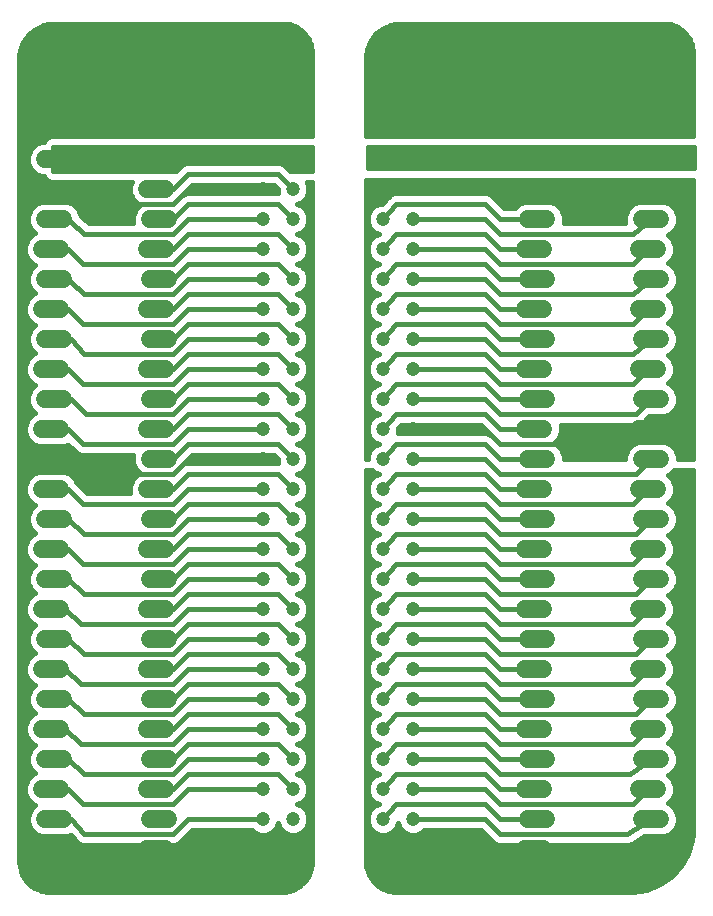
<source format=gbl>
G75*
%MOIN*%
%OFA0B0*%
%FSLAX24Y24*%
%IPPOS*%
%LPD*%
%AMOC8*
5,1,8,0,0,1.08239X$1,22.5*
%
%ADD10R,0.0472X0.0472*%
%ADD11C,0.0472*%
%ADD12C,0.0600*%
%ADD13C,0.0160*%
D10*
X008680Y025805D03*
X012680Y025805D03*
D11*
X012680Y024805D03*
X012680Y023805D03*
X013680Y023805D03*
X013680Y024805D03*
X013680Y025805D03*
X013680Y022805D03*
X013680Y021805D03*
X013680Y020805D03*
X012680Y020805D03*
X012680Y021805D03*
X012680Y022805D03*
X012680Y019805D03*
X012680Y018805D03*
X013680Y018805D03*
X013680Y019805D03*
X013680Y017805D03*
X013680Y016805D03*
X013680Y015805D03*
X012680Y015805D03*
X012680Y016805D03*
X012680Y017805D03*
X012680Y014805D03*
X012680Y013805D03*
X012680Y012805D03*
X013680Y012805D03*
X013680Y013805D03*
X013680Y014805D03*
X013680Y011805D03*
X013680Y010805D03*
X012680Y010805D03*
X012680Y011805D03*
X012680Y009805D03*
X012680Y008805D03*
X012680Y007805D03*
X013680Y007805D03*
X013680Y008805D03*
X013680Y009805D03*
X013680Y006805D03*
X013680Y005805D03*
X013680Y004805D03*
X012680Y004805D03*
X012680Y005805D03*
X012680Y006805D03*
X012680Y003805D03*
X012680Y002805D03*
X012680Y001805D03*
X013680Y001805D03*
X013680Y002805D03*
X013680Y003805D03*
X009680Y003805D03*
X009680Y002805D03*
X009680Y001805D03*
X008680Y001805D03*
X008680Y002805D03*
X008680Y003805D03*
X008680Y004805D03*
X008680Y005805D03*
X008680Y006805D03*
X008680Y007805D03*
X008680Y008805D03*
X008680Y009805D03*
X008680Y010805D03*
X008680Y011805D03*
X008680Y012805D03*
X008680Y013805D03*
X008680Y014805D03*
X008680Y015805D03*
X008680Y016805D03*
X008680Y017805D03*
X008680Y018805D03*
X008680Y019805D03*
X008680Y020805D03*
X008680Y021805D03*
X008680Y022805D03*
X008680Y023805D03*
X008680Y024805D03*
X009680Y024805D03*
X009680Y025805D03*
X009680Y023805D03*
X009680Y022805D03*
X009680Y021805D03*
X009680Y020805D03*
X009680Y019805D03*
X009680Y018805D03*
X009680Y017805D03*
X009680Y016805D03*
X009680Y015805D03*
X009680Y014805D03*
X009680Y013805D03*
X009680Y012805D03*
X009680Y011805D03*
X009680Y010805D03*
X009680Y009805D03*
X009680Y008805D03*
X009680Y007805D03*
X009680Y006805D03*
X009680Y005805D03*
X009680Y004805D03*
D12*
X005530Y004805D02*
X004930Y004805D01*
X004830Y005805D02*
X005430Y005805D01*
X005530Y006805D02*
X004930Y006805D01*
X004830Y007805D02*
X005430Y007805D01*
X005530Y008805D02*
X004930Y008805D01*
X004830Y009805D02*
X005430Y009805D01*
X005530Y010805D02*
X004930Y010805D01*
X004830Y011805D02*
X005430Y011805D01*
X005530Y012805D02*
X004930Y012805D01*
X004830Y013805D02*
X005430Y013805D01*
X005530Y014805D02*
X004930Y014805D01*
X004830Y015805D02*
X005430Y015805D01*
X005530Y016805D02*
X004930Y016805D01*
X004830Y017805D02*
X005430Y017805D01*
X005530Y018805D02*
X004930Y018805D01*
X004830Y019805D02*
X005430Y019805D01*
X005530Y020805D02*
X004930Y020805D01*
X004830Y021805D02*
X005430Y021805D01*
X005530Y022805D02*
X004930Y022805D01*
X004830Y023805D02*
X005430Y023805D01*
X005530Y024805D02*
X004930Y024805D01*
X004830Y025805D02*
X005430Y025805D01*
X002030Y024805D02*
X001430Y024805D01*
X001330Y025805D02*
X001930Y025805D01*
X001930Y023805D02*
X001330Y023805D01*
X001430Y022805D02*
X002030Y022805D01*
X001930Y021805D02*
X001330Y021805D01*
X001430Y020805D02*
X002030Y020805D01*
X001930Y019805D02*
X001330Y019805D01*
X001430Y018805D02*
X002030Y018805D01*
X001930Y017805D02*
X001330Y017805D01*
X001430Y016805D02*
X002030Y016805D01*
X001930Y015805D02*
X001330Y015805D01*
X001430Y014805D02*
X002030Y014805D01*
X001930Y013805D02*
X001330Y013805D01*
X001430Y012805D02*
X002030Y012805D01*
X001930Y011805D02*
X001330Y011805D01*
X001430Y010805D02*
X002030Y010805D01*
X001930Y009805D02*
X001330Y009805D01*
X001430Y008805D02*
X002030Y008805D01*
X001930Y007805D02*
X001330Y007805D01*
X001430Y006805D02*
X002030Y006805D01*
X001930Y005805D02*
X001330Y005805D01*
X001430Y004805D02*
X002030Y004805D01*
X001930Y003805D02*
X001330Y003805D01*
X001430Y002805D02*
X002030Y002805D01*
X001930Y001805D02*
X001330Y001805D01*
X004830Y001805D02*
X005430Y001805D01*
X005530Y002805D02*
X004930Y002805D01*
X004830Y003805D02*
X005430Y003805D01*
X017430Y003805D02*
X018030Y003805D01*
X018130Y002805D02*
X017530Y002805D01*
X017430Y001805D02*
X018030Y001805D01*
X018130Y004805D02*
X017530Y004805D01*
X017430Y005805D02*
X018030Y005805D01*
X018130Y006805D02*
X017530Y006805D01*
X017430Y007805D02*
X018030Y007805D01*
X018130Y008805D02*
X017530Y008805D01*
X017430Y009805D02*
X018030Y009805D01*
X018130Y010805D02*
X017530Y010805D01*
X017430Y011805D02*
X018030Y011805D01*
X018130Y012805D02*
X017530Y012805D01*
X017430Y013805D02*
X018030Y013805D01*
X018130Y014805D02*
X017530Y014805D01*
X017430Y015805D02*
X018030Y015805D01*
X018130Y016805D02*
X017530Y016805D01*
X017430Y017805D02*
X018030Y017805D01*
X018130Y018805D02*
X017530Y018805D01*
X017430Y019805D02*
X018030Y019805D01*
X018130Y020805D02*
X017530Y020805D01*
X017430Y021805D02*
X018030Y021805D01*
X018130Y022805D02*
X017530Y022805D01*
X017430Y023805D02*
X018030Y023805D01*
X018130Y024805D02*
X017530Y024805D01*
X017430Y025805D02*
X018030Y025805D01*
X021230Y025805D02*
X021830Y025805D01*
X021930Y024805D02*
X021330Y024805D01*
X021230Y023805D02*
X021830Y023805D01*
X021930Y022805D02*
X021330Y022805D01*
X021230Y021805D02*
X021830Y021805D01*
X021930Y020805D02*
X021330Y020805D01*
X021230Y019805D02*
X021830Y019805D01*
X021930Y018805D02*
X021330Y018805D01*
X021230Y017805D02*
X021830Y017805D01*
X021930Y016805D02*
X021330Y016805D01*
X021230Y015805D02*
X021830Y015805D01*
X021930Y014805D02*
X021330Y014805D01*
X021230Y013805D02*
X021830Y013805D01*
X021930Y012805D02*
X021330Y012805D01*
X021230Y011805D02*
X021830Y011805D01*
X021930Y010805D02*
X021330Y010805D01*
X021230Y009805D02*
X021830Y009805D01*
X021930Y008805D02*
X021330Y008805D01*
X021230Y007805D02*
X021830Y007805D01*
X021930Y006805D02*
X021330Y006805D01*
X021230Y005805D02*
X021830Y005805D01*
X021930Y004805D02*
X021330Y004805D01*
X021230Y003805D02*
X021830Y003805D01*
X021930Y002805D02*
X021330Y002805D01*
X021230Y001805D02*
X021830Y001805D01*
D13*
X000817Y000696D02*
X000648Y000949D01*
X000566Y001241D01*
X000560Y001388D01*
X000560Y001399D01*
X000562Y001449D01*
X000560Y001455D01*
X000560Y028285D01*
X000584Y028428D01*
X000694Y028715D01*
X000874Y028964D01*
X001113Y029158D01*
X001394Y029283D01*
X001527Y029305D01*
X009564Y029305D01*
X009573Y029303D01*
X009810Y029208D01*
X010014Y029055D01*
X010172Y028854D01*
X010273Y028619D01*
X010309Y028366D01*
X010304Y028269D01*
X010300Y028260D01*
X010300Y028222D01*
X010295Y028183D01*
X010300Y028166D01*
X010300Y025565D01*
X001608Y025565D01*
X001476Y025510D01*
X001375Y025409D01*
X001365Y025385D01*
X001315Y025385D01*
X001101Y025296D01*
X000938Y025133D01*
X000850Y024920D01*
X000850Y024689D01*
X000938Y024476D01*
X001101Y024313D01*
X001315Y024225D01*
X001365Y024225D01*
X001375Y024201D01*
X001476Y024100D01*
X001608Y024045D01*
X004302Y024045D01*
X004250Y023920D01*
X004250Y023689D01*
X004338Y023476D01*
X004501Y023313D01*
X004584Y023279D01*
X004438Y023133D01*
X004350Y022920D01*
X004350Y022689D01*
X004360Y022665D01*
X002867Y022665D01*
X002610Y022893D01*
X002610Y022920D01*
X002522Y023133D01*
X002359Y023296D01*
X002145Y023385D01*
X001315Y023385D01*
X001101Y023296D01*
X000938Y023133D01*
X000850Y022920D01*
X000850Y022689D01*
X000938Y022476D01*
X001084Y022331D01*
X001001Y022296D01*
X000838Y022133D01*
X000750Y021920D01*
X000750Y021689D01*
X000838Y021476D01*
X001001Y021313D01*
X001084Y021279D01*
X000938Y021133D01*
X000850Y020920D01*
X000850Y020689D01*
X000938Y020476D01*
X001084Y020331D01*
X001001Y020296D01*
X000838Y020133D01*
X000750Y019920D01*
X000750Y019689D01*
X000838Y019476D01*
X001001Y019313D01*
X001084Y019279D01*
X000938Y019133D01*
X000850Y018920D01*
X000850Y018689D01*
X000938Y018476D01*
X001084Y018331D01*
X001001Y018296D01*
X000838Y018133D01*
X000750Y017920D01*
X000750Y017689D01*
X000838Y017476D01*
X001001Y017313D01*
X001084Y017279D01*
X000938Y017133D01*
X000850Y016920D01*
X000850Y016689D01*
X000938Y016476D01*
X001084Y016331D01*
X001001Y016296D01*
X000838Y016133D01*
X000750Y015920D01*
X000750Y015689D01*
X000838Y015476D01*
X001001Y015313D01*
X001215Y015225D01*
X002045Y015225D01*
X002191Y015285D01*
X002476Y015000D01*
X002608Y014945D01*
X004360Y014945D01*
X004350Y014920D01*
X004350Y014689D01*
X004438Y014476D01*
X004584Y014331D01*
X004501Y014296D01*
X004338Y014133D01*
X004250Y013920D01*
X004250Y013689D01*
X004260Y013665D01*
X002829Y013665D01*
X002485Y014009D01*
X002465Y014029D01*
X002422Y014133D01*
X002259Y014296D01*
X002045Y014385D01*
X001215Y014385D01*
X001001Y014296D01*
X000838Y014133D01*
X000750Y013920D01*
X000750Y013689D01*
X000838Y013476D01*
X001001Y013313D01*
X001084Y013279D01*
X000938Y013133D01*
X000850Y012920D01*
X000850Y012689D01*
X000938Y012476D01*
X001084Y012331D01*
X001001Y012296D01*
X000838Y012133D01*
X000750Y011920D01*
X000750Y011689D01*
X000838Y011476D01*
X001001Y011313D01*
X001084Y011279D01*
X000938Y011133D01*
X000850Y010920D01*
X000850Y010689D01*
X000938Y010476D01*
X001084Y010331D01*
X001001Y010296D01*
X000838Y010133D01*
X000750Y009920D01*
X000750Y009689D01*
X000838Y009476D01*
X001001Y009313D01*
X001084Y009279D01*
X000938Y009133D01*
X000850Y008920D01*
X000850Y008689D01*
X000938Y008476D01*
X001084Y008331D01*
X001001Y008296D01*
X000838Y008133D01*
X000750Y007920D01*
X000750Y007689D01*
X000838Y007476D01*
X001001Y007313D01*
X001084Y007279D01*
X000938Y007133D01*
X000850Y006920D01*
X000850Y006689D01*
X000938Y006476D01*
X001084Y006331D01*
X001001Y006296D01*
X000838Y006133D01*
X000750Y005920D01*
X000750Y005689D01*
X000838Y005476D01*
X001001Y005313D01*
X001084Y005279D01*
X000938Y005133D01*
X000850Y004920D01*
X000850Y004689D01*
X000938Y004476D01*
X001084Y004331D01*
X001001Y004296D01*
X000838Y004133D01*
X000750Y003920D01*
X000750Y003689D01*
X000838Y003476D01*
X001001Y003313D01*
X001084Y003279D01*
X000938Y003133D01*
X000850Y002920D01*
X000850Y002689D01*
X000938Y002476D01*
X001101Y002313D01*
X001315Y002225D01*
X002145Y002225D01*
X002271Y002277D01*
X002421Y002110D01*
X002425Y002101D01*
X002469Y002057D01*
X002510Y002011D01*
X002519Y002007D01*
X000560Y002007D01*
X000560Y002165D02*
X002371Y002165D01*
X002519Y002007D02*
X002526Y002000D01*
X002583Y001976D01*
X002640Y001949D01*
X002649Y001949D01*
X002658Y001945D01*
X002721Y001945D01*
X002783Y001942D01*
X002792Y001945D01*
X005752Y001945D01*
X005884Y002000D01*
X005985Y002101D01*
X006329Y002445D01*
X008310Y002445D01*
X008388Y002367D01*
X008577Y002289D01*
X008783Y002289D01*
X008972Y002367D01*
X009118Y002512D01*
X009180Y002663D01*
X009242Y002512D01*
X009388Y002367D01*
X009577Y002289D01*
X009783Y002289D01*
X009972Y002367D01*
X010118Y002512D01*
X010196Y002702D01*
X010196Y002907D01*
X010118Y003097D01*
X009972Y003242D01*
X009822Y003305D01*
X009972Y003367D01*
X010118Y003512D01*
X010196Y003702D01*
X010196Y003907D01*
X010118Y004097D01*
X009972Y004242D01*
X009822Y004305D01*
X009972Y004367D01*
X010118Y004512D01*
X010196Y004702D01*
X010196Y004907D01*
X010118Y005097D01*
X009972Y005242D01*
X009822Y005305D01*
X009972Y005367D01*
X010118Y005512D01*
X010196Y005702D01*
X010196Y005907D01*
X010118Y006097D01*
X009972Y006242D01*
X009822Y006305D01*
X009972Y006367D01*
X010118Y006512D01*
X010196Y006702D01*
X010196Y006907D01*
X010118Y007097D01*
X009972Y007242D01*
X009822Y007305D01*
X009972Y007367D01*
X010118Y007512D01*
X010196Y007702D01*
X010196Y007907D01*
X010118Y008097D01*
X009972Y008242D01*
X009822Y008305D01*
X009972Y008367D01*
X010118Y008512D01*
X010196Y008702D01*
X010196Y008907D01*
X010118Y009097D01*
X009972Y009242D01*
X009822Y009305D01*
X009972Y009367D01*
X010118Y009512D01*
X010196Y009702D01*
X010196Y009907D01*
X010118Y010097D01*
X009972Y010242D01*
X009822Y010305D01*
X009972Y010367D01*
X010118Y010512D01*
X010196Y010702D01*
X010196Y010907D01*
X010118Y011097D01*
X009972Y011242D01*
X009822Y011305D01*
X009972Y011367D01*
X010118Y011512D01*
X010196Y011702D01*
X010196Y011907D01*
X010118Y012097D01*
X009972Y012242D01*
X009822Y012305D01*
X009972Y012367D01*
X010118Y012512D01*
X010196Y012702D01*
X010196Y012907D01*
X010118Y013097D01*
X009972Y013242D01*
X009822Y013305D01*
X009972Y013367D01*
X010118Y013512D01*
X010196Y013702D01*
X010196Y013907D01*
X010118Y014097D01*
X009972Y014242D01*
X009822Y014305D01*
X009972Y014367D01*
X010118Y014512D01*
X010196Y014702D01*
X010196Y014907D01*
X010118Y015097D01*
X009972Y015242D01*
X009822Y015305D01*
X009972Y015367D01*
X010118Y015512D01*
X010196Y015702D01*
X010196Y015907D01*
X010118Y016097D01*
X009972Y016242D01*
X009822Y016305D01*
X009972Y016367D01*
X010118Y016512D01*
X010196Y016702D01*
X010196Y016907D01*
X010118Y017097D01*
X009972Y017242D01*
X009822Y017305D01*
X009972Y017367D01*
X010118Y017512D01*
X010196Y017702D01*
X010196Y017907D01*
X010118Y018097D01*
X009972Y018242D01*
X009822Y018305D01*
X009972Y018367D01*
X010118Y018512D01*
X010196Y018702D01*
X010196Y018907D01*
X010118Y019097D01*
X009972Y019242D01*
X009822Y019305D01*
X009972Y019367D01*
X010118Y019512D01*
X010196Y019702D01*
X010196Y019907D01*
X010118Y020097D01*
X009972Y020242D01*
X009822Y020305D01*
X009972Y020367D01*
X010118Y020512D01*
X010196Y020702D01*
X010196Y020907D01*
X010118Y021097D01*
X009972Y021242D01*
X009822Y021305D01*
X009972Y021367D01*
X010118Y021512D01*
X010196Y021702D01*
X010196Y021907D01*
X010118Y022097D01*
X009972Y022242D01*
X009822Y022305D01*
X009972Y022367D01*
X010118Y022512D01*
X010196Y022702D01*
X010196Y022907D01*
X010118Y023097D01*
X009972Y023242D01*
X009822Y023305D01*
X009972Y023367D01*
X010118Y023512D01*
X010196Y023702D01*
X010196Y023907D01*
X010139Y024045D01*
X010300Y024045D01*
X010300Y001314D01*
X010287Y001190D01*
X010212Y000948D01*
X010076Y000733D01*
X009890Y000561D01*
X009665Y000444D01*
X009418Y000388D01*
X009300Y000385D01*
X009286Y000385D01*
X009236Y000387D01*
X009230Y000385D01*
X001489Y000385D01*
X001340Y000403D01*
X001055Y000508D01*
X000817Y000696D01*
X000788Y000739D02*
X010080Y000739D01*
X010180Y000897D02*
X000682Y000897D01*
X000618Y001056D02*
X010245Y001056D01*
X010287Y001190D02*
X010287Y001190D01*
X010289Y001214D02*
X000573Y001214D01*
X000561Y001373D02*
X010300Y001373D01*
X010300Y001531D02*
X000560Y001531D01*
X000560Y001690D02*
X010300Y001690D01*
X010300Y001848D02*
X000560Y001848D01*
X000560Y002324D02*
X001091Y002324D01*
X000936Y002482D02*
X000560Y002482D01*
X000560Y002641D02*
X000870Y002641D01*
X000850Y002799D02*
X000560Y002799D01*
X000560Y002958D02*
X000866Y002958D01*
X000931Y003116D02*
X000560Y003116D01*
X000560Y003275D02*
X001080Y003275D01*
X000881Y003433D02*
X000560Y003433D01*
X000560Y003592D02*
X000790Y003592D01*
X000750Y003750D02*
X000560Y003750D01*
X000560Y003909D02*
X000750Y003909D01*
X000811Y004067D02*
X000560Y004067D01*
X000560Y004226D02*
X000931Y004226D01*
X001030Y004384D02*
X000560Y004384D01*
X000560Y004543D02*
X000911Y004543D01*
X000850Y004701D02*
X000560Y004701D01*
X000560Y004860D02*
X000850Y004860D01*
X000891Y005018D02*
X000560Y005018D01*
X000560Y005177D02*
X000982Y005177D01*
X000979Y005335D02*
X000560Y005335D01*
X000560Y005494D02*
X000831Y005494D01*
X000765Y005652D02*
X000560Y005652D01*
X000560Y005811D02*
X000750Y005811D01*
X000770Y005969D02*
X000560Y005969D01*
X000560Y006128D02*
X000836Y006128D01*
X000991Y006286D02*
X000560Y006286D01*
X000560Y006445D02*
X000970Y006445D01*
X000886Y006603D02*
X000560Y006603D01*
X000560Y006762D02*
X000850Y006762D01*
X000850Y006920D02*
X000560Y006920D01*
X000560Y007079D02*
X000916Y007079D01*
X001042Y007237D02*
X000560Y007237D01*
X000560Y007396D02*
X000919Y007396D01*
X000806Y007554D02*
X000560Y007554D01*
X000560Y007713D02*
X000750Y007713D01*
X000750Y007871D02*
X000560Y007871D01*
X000560Y008030D02*
X000795Y008030D01*
X000893Y008188D02*
X000560Y008188D01*
X000560Y008347D02*
X001068Y008347D01*
X000926Y008505D02*
X000560Y008505D01*
X000560Y008664D02*
X000861Y008664D01*
X000850Y008822D02*
X000560Y008822D01*
X000560Y008981D02*
X000875Y008981D01*
X000944Y009139D02*
X000560Y009139D01*
X000560Y009298D02*
X001038Y009298D01*
X000858Y009456D02*
X000560Y009456D01*
X000560Y009615D02*
X000781Y009615D01*
X000750Y009773D02*
X000560Y009773D01*
X000560Y009932D02*
X000755Y009932D01*
X000820Y010090D02*
X000560Y010090D01*
X000560Y010249D02*
X000954Y010249D01*
X001007Y010407D02*
X000560Y010407D01*
X000560Y010566D02*
X000901Y010566D01*
X000850Y010724D02*
X000560Y010724D01*
X000560Y010883D02*
X000850Y010883D01*
X000900Y011041D02*
X000560Y011041D01*
X000560Y011200D02*
X001005Y011200D01*
X000956Y011358D02*
X000560Y011358D01*
X000560Y011517D02*
X000821Y011517D01*
X000756Y011675D02*
X000560Y011675D01*
X000560Y011834D02*
X000750Y011834D01*
X000780Y011992D02*
X000560Y011992D01*
X000560Y012151D02*
X000856Y012151D01*
X001032Y012309D02*
X000560Y012309D01*
X000560Y012468D02*
X000947Y012468D01*
X000876Y012626D02*
X000560Y012626D01*
X000560Y012785D02*
X000850Y012785D01*
X000860Y012943D02*
X000560Y012943D01*
X000560Y013102D02*
X000925Y013102D01*
X001065Y013260D02*
X000560Y013260D01*
X000560Y013419D02*
X000896Y013419D01*
X000796Y013577D02*
X000560Y013577D01*
X000560Y013736D02*
X000750Y013736D01*
X000750Y013894D02*
X000560Y013894D01*
X000560Y014053D02*
X000805Y014053D01*
X000916Y014211D02*
X000560Y014211D01*
X000560Y014370D02*
X001178Y014370D01*
X000560Y014528D02*
X004417Y014528D01*
X004351Y014687D02*
X000560Y014687D01*
X000560Y014845D02*
X004350Y014845D01*
X004545Y014370D02*
X002082Y014370D01*
X002344Y014211D02*
X004416Y014211D01*
X004305Y014053D02*
X002455Y014053D01*
X002600Y013894D02*
X004250Y013894D01*
X004250Y013736D02*
X002758Y013736D01*
X002680Y013305D02*
X002180Y013805D01*
X001630Y013805D01*
X001730Y014805D02*
X002730Y014305D01*
X005680Y014305D01*
X006180Y014805D01*
X008680Y014805D01*
X009031Y014945D02*
X009164Y014812D01*
X009164Y014702D01*
X009179Y014665D01*
X006108Y014665D01*
X006098Y014660D01*
X006110Y014689D01*
X006110Y014726D01*
X006329Y014945D01*
X009031Y014945D01*
X009130Y014845D02*
X006230Y014845D01*
X006109Y014687D02*
X009170Y014687D01*
X009180Y014305D02*
X006180Y014305D01*
X005680Y013805D01*
X005130Y013805D01*
X005680Y013305D02*
X002680Y013305D01*
X002180Y012805D02*
X002730Y012305D01*
X005680Y012305D01*
X006180Y012805D01*
X008680Y012805D01*
X009180Y013305D02*
X006180Y013305D01*
X005680Y012805D01*
X005230Y012805D01*
X005680Y013305D02*
X006180Y013805D01*
X008680Y013805D01*
X009180Y014305D02*
X009680Y013805D01*
X010024Y013419D02*
X010300Y013419D01*
X010300Y013577D02*
X010145Y013577D01*
X010196Y013736D02*
X010300Y013736D01*
X010300Y013894D02*
X010196Y013894D01*
X010136Y014053D02*
X010300Y014053D01*
X010300Y014211D02*
X010004Y014211D01*
X009975Y014370D02*
X010300Y014370D01*
X010300Y014528D02*
X010124Y014528D01*
X010190Y014687D02*
X010300Y014687D01*
X010300Y014845D02*
X010196Y014845D01*
X010156Y015004D02*
X010300Y015004D01*
X010300Y015162D02*
X010053Y015162D01*
X009861Y015321D02*
X010300Y015321D01*
X010300Y015479D02*
X010085Y015479D01*
X010170Y015638D02*
X010300Y015638D01*
X010300Y015796D02*
X010196Y015796D01*
X010177Y015955D02*
X010300Y015955D01*
X010300Y016113D02*
X010102Y016113D01*
X010300Y016272D02*
X009901Y016272D01*
X010036Y016430D02*
X010300Y016430D01*
X010300Y016589D02*
X010149Y016589D01*
X010196Y016747D02*
X010300Y016747D01*
X010300Y016906D02*
X010196Y016906D01*
X010131Y017064D02*
X010300Y017064D01*
X010300Y017223D02*
X009992Y017223D01*
X009987Y017381D02*
X010300Y017381D01*
X010300Y017540D02*
X010129Y017540D01*
X010195Y017698D02*
X010300Y017698D01*
X010300Y017857D02*
X010196Y017857D01*
X010152Y018015D02*
X010300Y018015D01*
X010300Y018174D02*
X010041Y018174D01*
X009888Y018332D02*
X010300Y018332D01*
X010300Y018491D02*
X010096Y018491D01*
X010174Y018649D02*
X010300Y018649D01*
X010300Y018808D02*
X010196Y018808D01*
X010172Y018966D02*
X010300Y018966D01*
X010300Y019125D02*
X010090Y019125D01*
X010300Y019283D02*
X009874Y019283D01*
X010047Y019442D02*
X010300Y019442D01*
X010300Y019600D02*
X010154Y019600D01*
X010196Y019759D02*
X010300Y019759D01*
X010300Y019917D02*
X010192Y019917D01*
X010126Y020076D02*
X010300Y020076D01*
X010300Y020234D02*
X009981Y020234D01*
X009998Y020393D02*
X010300Y020393D01*
X010300Y020551D02*
X010134Y020551D01*
X010196Y020710D02*
X010300Y020710D01*
X010300Y020868D02*
X010196Y020868D01*
X010147Y021027D02*
X010300Y021027D01*
X010300Y021185D02*
X010030Y021185D01*
X009916Y021344D02*
X010300Y021344D01*
X010300Y021502D02*
X010108Y021502D01*
X010179Y021661D02*
X010300Y021661D01*
X010300Y021819D02*
X010196Y021819D01*
X010167Y021978D02*
X010300Y021978D01*
X010300Y022136D02*
X010079Y022136D01*
X010300Y022295D02*
X009846Y022295D01*
X010059Y022453D02*
X010300Y022453D01*
X010300Y022612D02*
X010159Y022612D01*
X010196Y022770D02*
X010300Y022770D01*
X010300Y022929D02*
X010187Y022929D01*
X010122Y023087D02*
X010300Y023087D01*
X010300Y023246D02*
X009964Y023246D01*
X010010Y023404D02*
X010300Y023404D01*
X010300Y023563D02*
X010139Y023563D01*
X010196Y023721D02*
X010300Y023721D01*
X010300Y023880D02*
X010196Y023880D01*
X010142Y024038D02*
X010300Y024038D01*
X010300Y024405D02*
X009589Y024405D01*
X009485Y024509D01*
X009384Y024610D01*
X009252Y024665D01*
X006108Y024665D01*
X005976Y024610D01*
X005771Y024405D01*
X001680Y024405D01*
X001680Y025205D01*
X010300Y025205D01*
X010300Y024405D01*
X010300Y024514D02*
X009480Y024514D01*
X009485Y024509D02*
X009485Y024509D01*
X009180Y024305D02*
X009680Y023805D01*
X009164Y023812D02*
X009164Y023702D01*
X009179Y023665D01*
X006108Y023665D01*
X006007Y023623D01*
X006329Y023945D01*
X009031Y023945D01*
X009164Y023812D01*
X009164Y023721D02*
X006106Y023721D01*
X006180Y023805D02*
X005680Y023305D01*
X003180Y023305D01*
X002580Y023805D01*
X001630Y023805D01*
X001379Y024197D02*
X000560Y024197D01*
X000560Y024355D02*
X001059Y024355D01*
X000923Y024514D02*
X000560Y024514D01*
X000560Y024672D02*
X000857Y024672D01*
X000850Y024831D02*
X000560Y024831D01*
X000560Y024989D02*
X000879Y024989D01*
X000953Y025148D02*
X000560Y025148D01*
X000560Y025306D02*
X001125Y025306D01*
X001431Y025465D02*
X000560Y025465D01*
X000560Y025623D02*
X010300Y025623D01*
X010300Y025782D02*
X000560Y025782D01*
X000560Y025940D02*
X010300Y025940D01*
X010300Y026099D02*
X000560Y026099D01*
X000560Y026257D02*
X010300Y026257D01*
X010300Y026416D02*
X000560Y026416D01*
X000560Y026574D02*
X010300Y026574D01*
X010300Y026733D02*
X000560Y026733D01*
X000560Y026891D02*
X010300Y026891D01*
X010300Y027050D02*
X000560Y027050D01*
X000560Y027208D02*
X010300Y027208D01*
X010300Y027367D02*
X000560Y027367D01*
X000560Y027525D02*
X010300Y027525D01*
X010300Y027684D02*
X000560Y027684D01*
X000560Y027842D02*
X010300Y027842D01*
X010300Y028001D02*
X000560Y028001D01*
X000560Y028159D02*
X010300Y028159D01*
X010306Y028318D02*
X000566Y028318D01*
X000603Y028476D02*
X010293Y028476D01*
X010266Y028635D02*
X000663Y028635D01*
X000751Y028793D02*
X010198Y028793D01*
X010095Y028952D02*
X000865Y028952D01*
X001054Y029110D02*
X009940Y029110D01*
X009658Y029269D02*
X001361Y029269D01*
X001680Y025148D02*
X010300Y025148D01*
X010300Y024989D02*
X001680Y024989D01*
X001680Y024831D02*
X010300Y024831D01*
X010300Y024672D02*
X001680Y024672D01*
X001680Y024514D02*
X005880Y024514D01*
X006180Y024305D02*
X005680Y023805D01*
X005130Y023805D01*
X004551Y023246D02*
X002409Y023246D01*
X002541Y023087D02*
X004419Y023087D01*
X004354Y022929D02*
X002606Y022929D01*
X002748Y022770D02*
X004350Y022770D01*
X004410Y023404D02*
X000560Y023404D01*
X000560Y023246D02*
X001051Y023246D01*
X000919Y023087D02*
X000560Y023087D01*
X000560Y022929D02*
X000854Y022929D01*
X000850Y022770D02*
X000560Y022770D01*
X000560Y022612D02*
X000882Y022612D01*
X000961Y022453D02*
X000560Y022453D01*
X000560Y022295D02*
X001000Y022295D01*
X000841Y022136D02*
X000560Y022136D01*
X000560Y021978D02*
X000774Y021978D01*
X000750Y021819D02*
X000560Y021819D01*
X000560Y021661D02*
X000762Y021661D01*
X000827Y021502D02*
X000560Y021502D01*
X000560Y021344D02*
X000971Y021344D01*
X000990Y021185D02*
X000560Y021185D01*
X000560Y021027D02*
X000894Y021027D01*
X000850Y020868D02*
X000560Y020868D01*
X000560Y020710D02*
X000850Y020710D01*
X000907Y020551D02*
X000560Y020551D01*
X000560Y020393D02*
X001022Y020393D01*
X000939Y020234D02*
X000560Y020234D01*
X000560Y020076D02*
X000814Y020076D01*
X000750Y019917D02*
X000560Y019917D01*
X000560Y019759D02*
X000750Y019759D01*
X000787Y019600D02*
X000560Y019600D01*
X000560Y019442D02*
X000873Y019442D01*
X001073Y019283D02*
X000560Y019283D01*
X000560Y019125D02*
X000935Y019125D01*
X000869Y018966D02*
X000560Y018966D01*
X000560Y018808D02*
X000850Y018808D01*
X000867Y018649D02*
X000560Y018649D01*
X000560Y018491D02*
X000932Y018491D01*
X001082Y018332D02*
X000560Y018332D01*
X000560Y018174D02*
X000879Y018174D01*
X000789Y018015D02*
X000560Y018015D01*
X000560Y017857D02*
X000750Y017857D01*
X000750Y017698D02*
X000560Y017698D01*
X000560Y017540D02*
X000812Y017540D01*
X000933Y017381D02*
X000560Y017381D01*
X000560Y017223D02*
X001028Y017223D01*
X000910Y017064D02*
X000560Y017064D01*
X000560Y016906D02*
X000850Y016906D01*
X000850Y016747D02*
X000560Y016747D01*
X000560Y016589D02*
X000892Y016589D01*
X000984Y016430D02*
X000560Y016430D01*
X000560Y016272D02*
X000977Y016272D01*
X000830Y016113D02*
X000560Y016113D01*
X000560Y015955D02*
X000764Y015955D01*
X000750Y015796D02*
X000560Y015796D01*
X000560Y015638D02*
X000771Y015638D01*
X000837Y015479D02*
X000560Y015479D01*
X000560Y015321D02*
X000994Y015321D01*
X000560Y015162D02*
X002313Y015162D01*
X002472Y015004D02*
X000560Y015004D01*
X001630Y015805D02*
X002180Y015805D01*
X002680Y015305D01*
X005680Y015305D01*
X006180Y015805D01*
X008680Y015805D01*
X009180Y016305D02*
X006180Y016305D01*
X005680Y015805D01*
X005130Y015805D01*
X005680Y016305D02*
X002780Y016305D01*
X002280Y016805D01*
X001730Y016805D01*
X001630Y017805D02*
X002180Y017805D01*
X002680Y017305D01*
X005680Y017305D01*
X006180Y017805D01*
X008680Y017805D01*
X009180Y018305D02*
X006180Y018305D01*
X005680Y017805D01*
X005130Y017805D01*
X005680Y018305D02*
X002730Y018305D01*
X002280Y018805D01*
X001730Y018805D01*
X001630Y019805D02*
X002180Y019805D01*
X002680Y019305D01*
X005680Y019305D01*
X006180Y019805D01*
X008680Y019805D01*
X009180Y020305D02*
X006180Y020305D01*
X005680Y019805D01*
X005130Y019805D01*
X005680Y020305D02*
X002730Y020305D01*
X002280Y020705D01*
X002180Y020805D01*
X001730Y020805D01*
X001630Y021805D02*
X002180Y021805D01*
X002680Y021305D01*
X005680Y021305D01*
X006180Y021805D01*
X008680Y021805D01*
X009180Y022305D02*
X006180Y022305D01*
X005680Y021805D01*
X005130Y021805D01*
X005680Y022305D02*
X002730Y022305D01*
X002280Y022705D01*
X002180Y022805D01*
X001730Y022805D01*
X000560Y023563D02*
X004302Y023563D01*
X004250Y023721D02*
X000560Y023721D01*
X000560Y023880D02*
X004250Y023880D01*
X004299Y024038D02*
X000560Y024038D01*
X005230Y022805D02*
X005680Y022805D01*
X006180Y023305D01*
X009180Y023305D01*
X009680Y022805D01*
X009180Y022305D02*
X009680Y021805D01*
X009180Y021305D02*
X006180Y021305D01*
X005680Y020805D01*
X005230Y020805D01*
X005180Y020805D01*
X005680Y020305D02*
X006180Y020805D01*
X008680Y020805D01*
X009180Y021305D02*
X009680Y020805D01*
X009180Y020305D02*
X009680Y019805D01*
X009180Y019305D02*
X006180Y019305D01*
X005680Y018805D01*
X005230Y018805D01*
X005180Y018805D01*
X005680Y018305D02*
X006180Y018805D01*
X008680Y018805D01*
X009180Y019305D02*
X009680Y018805D01*
X009180Y018305D02*
X009680Y017805D01*
X009180Y017305D02*
X006180Y017305D01*
X005680Y016805D01*
X005230Y016805D01*
X005680Y016305D02*
X006180Y016805D01*
X008680Y016805D01*
X009180Y017305D02*
X009680Y016805D01*
X009180Y016305D02*
X009680Y015805D01*
X009180Y015305D02*
X006180Y015305D01*
X005680Y014805D01*
X005230Y014805D01*
X006180Y012305D02*
X005680Y011805D01*
X005130Y011805D01*
X005680Y011305D02*
X002680Y011305D01*
X002180Y011805D01*
X001630Y011805D01*
X001730Y010805D02*
X002180Y010805D01*
X002730Y010305D01*
X005680Y010305D01*
X006180Y010805D01*
X008680Y010805D01*
X009180Y011305D02*
X006180Y011305D01*
X005680Y010805D01*
X005230Y010805D01*
X005680Y011305D02*
X006180Y011805D01*
X008680Y011805D01*
X009180Y012305D02*
X006180Y012305D01*
X006180Y010305D02*
X005680Y009805D01*
X005130Y009805D01*
X005680Y009305D02*
X002630Y009305D01*
X002080Y009805D01*
X001630Y009805D01*
X001730Y008805D02*
X002180Y008805D01*
X002730Y008305D01*
X005680Y008305D01*
X006180Y008805D01*
X008680Y008805D01*
X009180Y009305D02*
X006180Y009305D01*
X005680Y008805D01*
X005230Y008805D01*
X005680Y009305D02*
X006180Y009805D01*
X008680Y009805D01*
X009180Y010305D02*
X006180Y010305D01*
X006180Y008305D02*
X005680Y007805D01*
X005130Y007805D01*
X005680Y007305D02*
X002630Y007305D01*
X002080Y007805D01*
X001630Y007805D01*
X001730Y006805D02*
X002180Y006805D01*
X002730Y006305D01*
X005680Y006305D01*
X006180Y006805D01*
X008680Y006805D01*
X009180Y007305D02*
X006180Y007305D01*
X005680Y006805D01*
X005230Y006805D01*
X005680Y007305D02*
X006180Y007805D01*
X008680Y007805D01*
X009180Y008305D02*
X006180Y008305D01*
X006180Y006305D02*
X005680Y005805D01*
X005130Y005805D01*
X005680Y005305D02*
X002630Y005305D01*
X002080Y005805D01*
X001630Y005805D01*
X001730Y004805D02*
X002180Y004805D01*
X002730Y004305D01*
X005680Y004305D01*
X006180Y004805D01*
X008680Y004805D01*
X009180Y005305D02*
X006180Y005305D01*
X005680Y004805D01*
X005230Y004805D01*
X005680Y005305D02*
X006180Y005805D01*
X008680Y005805D01*
X009180Y006305D02*
X006180Y006305D01*
X006180Y004305D02*
X005680Y003805D01*
X005130Y003805D01*
X005680Y003305D02*
X002680Y003305D01*
X002180Y003805D01*
X001630Y003805D01*
X001730Y002805D02*
X002280Y002805D01*
X002730Y002305D01*
X005680Y002305D01*
X006180Y002805D01*
X008680Y002805D01*
X008868Y002324D02*
X009492Y002324D01*
X009272Y002482D02*
X009088Y002482D01*
X009171Y002641D02*
X009189Y002641D01*
X008492Y002324D02*
X006208Y002324D01*
X006050Y002165D02*
X010300Y002165D01*
X010300Y002007D02*
X005891Y002007D01*
X005680Y003305D02*
X006180Y003805D01*
X008680Y003805D01*
X009180Y004305D02*
X006180Y004305D01*
X009180Y004305D02*
X009680Y003805D01*
X009894Y003275D02*
X010300Y003275D01*
X010300Y003433D02*
X010039Y003433D01*
X010151Y003592D02*
X010300Y003592D01*
X010300Y003750D02*
X010196Y003750D01*
X010196Y003909D02*
X010300Y003909D01*
X010300Y004067D02*
X010130Y004067D01*
X009989Y004226D02*
X010300Y004226D01*
X010300Y004384D02*
X009990Y004384D01*
X010130Y004543D02*
X010300Y004543D01*
X010300Y004701D02*
X010196Y004701D01*
X010196Y004860D02*
X010300Y004860D01*
X010300Y005018D02*
X010150Y005018D01*
X010038Y005177D02*
X010300Y005177D01*
X010300Y005335D02*
X009895Y005335D01*
X010099Y005494D02*
X010300Y005494D01*
X010300Y005652D02*
X010176Y005652D01*
X010196Y005811D02*
X010300Y005811D01*
X010300Y005969D02*
X010171Y005969D01*
X010087Y006128D02*
X010300Y006128D01*
X010300Y006286D02*
X009866Y006286D01*
X010050Y006445D02*
X010300Y006445D01*
X010300Y006603D02*
X010155Y006603D01*
X010196Y006762D02*
X010300Y006762D01*
X010300Y006920D02*
X010191Y006920D01*
X010125Y007079D02*
X010300Y007079D01*
X010300Y007237D02*
X009978Y007237D01*
X010001Y007396D02*
X010300Y007396D01*
X010300Y007554D02*
X010135Y007554D01*
X010196Y007713D02*
X010300Y007713D01*
X010300Y007871D02*
X010196Y007871D01*
X010146Y008030D02*
X010300Y008030D01*
X010300Y008188D02*
X010027Y008188D01*
X009923Y008347D02*
X010300Y008347D01*
X010300Y008505D02*
X010111Y008505D01*
X010180Y008664D02*
X010300Y008664D01*
X010300Y008822D02*
X010196Y008822D01*
X010166Y008981D02*
X010300Y008981D01*
X010300Y009139D02*
X010076Y009139D01*
X010300Y009298D02*
X009839Y009298D01*
X010062Y009456D02*
X010300Y009456D01*
X010300Y009615D02*
X010160Y009615D01*
X010196Y009773D02*
X010300Y009773D01*
X010300Y009932D02*
X010186Y009932D01*
X010120Y010090D02*
X010300Y010090D01*
X010300Y010249D02*
X009957Y010249D01*
X010013Y010407D02*
X010300Y010407D01*
X010300Y010566D02*
X010140Y010566D01*
X010196Y010724D02*
X010300Y010724D01*
X010300Y010883D02*
X010196Y010883D01*
X010141Y011041D02*
X010300Y011041D01*
X010300Y011200D02*
X010015Y011200D01*
X009951Y011358D02*
X010300Y011358D01*
X010300Y011517D02*
X010119Y011517D01*
X010185Y011675D02*
X010300Y011675D01*
X010300Y011834D02*
X010196Y011834D01*
X010161Y011992D02*
X010300Y011992D01*
X010300Y012151D02*
X010064Y012151D01*
X009833Y012309D02*
X010300Y012309D01*
X010300Y012468D02*
X010073Y012468D01*
X010165Y012626D02*
X010300Y012626D01*
X010300Y012785D02*
X010196Y012785D01*
X010181Y012943D02*
X010300Y012943D01*
X010300Y013102D02*
X010113Y013102D01*
X009929Y013260D02*
X010300Y013260D01*
X009680Y012805D02*
X009180Y013305D01*
X009180Y012305D02*
X009680Y011805D01*
X009180Y011305D02*
X009680Y010805D01*
X009180Y010305D02*
X009680Y009805D01*
X009180Y009305D02*
X009680Y008805D01*
X009180Y008305D02*
X009680Y007805D01*
X009180Y007305D02*
X009680Y006805D01*
X009180Y006305D02*
X009680Y005805D01*
X009180Y005305D02*
X009680Y004805D01*
X010099Y003116D02*
X010300Y003116D01*
X010300Y002958D02*
X010175Y002958D01*
X010196Y002799D02*
X010300Y002799D01*
X010300Y002641D02*
X010171Y002641D01*
X010088Y002482D02*
X010300Y002482D01*
X010300Y002324D02*
X009868Y002324D01*
X009910Y000580D02*
X000963Y000580D01*
X001288Y000422D02*
X009569Y000422D01*
X012123Y001214D02*
X022588Y001214D01*
X022613Y001241D02*
X022301Y000897D01*
X012232Y000897D01*
X012198Y000949D02*
X012116Y001241D01*
X012110Y001388D01*
X012110Y001399D01*
X012112Y001449D01*
X012110Y001455D01*
X012110Y014445D01*
X012310Y014445D01*
X012388Y014367D01*
X012538Y014305D01*
X012388Y014242D01*
X012242Y014097D01*
X012164Y013907D01*
X012164Y013702D01*
X012242Y013512D01*
X012388Y013367D01*
X012538Y013305D01*
X012388Y013242D01*
X012242Y013097D01*
X012164Y012907D01*
X012164Y012702D01*
X012242Y012512D01*
X012388Y012367D01*
X012538Y012305D01*
X012388Y012242D01*
X012242Y012097D01*
X012164Y011907D01*
X012164Y011702D01*
X012242Y011512D01*
X012388Y011367D01*
X012538Y011305D01*
X012388Y011242D01*
X012242Y011097D01*
X012164Y010907D01*
X012164Y010702D01*
X012242Y010512D01*
X012388Y010367D01*
X012538Y010305D01*
X012388Y010242D01*
X012242Y010097D01*
X012164Y009907D01*
X012164Y009702D01*
X012242Y009512D01*
X012388Y009367D01*
X012538Y009305D01*
X012388Y009242D01*
X012242Y009097D01*
X012164Y008907D01*
X012164Y008702D01*
X012242Y008512D01*
X012388Y008367D01*
X012538Y008305D01*
X012388Y008242D01*
X012242Y008097D01*
X012164Y007907D01*
X012164Y007702D01*
X012242Y007512D01*
X012388Y007367D01*
X012538Y007305D01*
X012388Y007242D01*
X012242Y007097D01*
X012164Y006907D01*
X012164Y006702D01*
X012242Y006512D01*
X012388Y006367D01*
X012538Y006305D01*
X012388Y006242D01*
X012242Y006097D01*
X012164Y005907D01*
X012164Y005702D01*
X012242Y005512D01*
X012388Y005367D01*
X012538Y005305D01*
X012388Y005242D01*
X012242Y005097D01*
X012164Y004907D01*
X012164Y004702D01*
X012242Y004512D01*
X012388Y004367D01*
X012538Y004305D01*
X012388Y004242D01*
X012242Y004097D01*
X012164Y003907D01*
X012164Y003702D01*
X012242Y003512D01*
X012388Y003367D01*
X012538Y003305D01*
X012388Y003242D01*
X012242Y003097D01*
X012164Y002907D01*
X012164Y002702D01*
X012242Y002512D01*
X012388Y002367D01*
X012577Y002289D01*
X012783Y002289D01*
X012972Y002367D01*
X013118Y002512D01*
X013180Y002663D01*
X013242Y002512D01*
X013388Y002367D01*
X013577Y002289D01*
X013783Y002289D01*
X013972Y002367D01*
X014050Y002445D01*
X015931Y002445D01*
X016275Y002101D01*
X016376Y002000D01*
X016508Y001945D01*
X020789Y001945D01*
X020819Y001938D01*
X020860Y001945D01*
X020902Y001945D01*
X020930Y001956D01*
X020960Y001962D01*
X020995Y001984D01*
X021034Y002000D01*
X021056Y002021D01*
X021381Y002225D01*
X022045Y002225D01*
X022259Y002313D01*
X022422Y002476D01*
X022510Y002689D01*
X022510Y002920D01*
X022422Y003133D01*
X022259Y003296D01*
X022176Y003331D01*
X022322Y003476D01*
X022410Y003689D01*
X022410Y003920D01*
X022322Y004133D01*
X022176Y004279D01*
X022259Y004313D01*
X022422Y004476D01*
X022510Y004689D01*
X022510Y004920D01*
X022422Y005133D01*
X022259Y005296D01*
X022176Y005331D01*
X022322Y005476D01*
X022410Y005689D01*
X022410Y005920D01*
X022322Y006133D01*
X022176Y006279D01*
X022259Y006313D01*
X022422Y006476D01*
X022510Y006689D01*
X022510Y006920D01*
X022422Y007133D01*
X022259Y007296D01*
X022176Y007331D01*
X022322Y007476D01*
X022410Y007689D01*
X022410Y007920D01*
X022322Y008133D01*
X022176Y008279D01*
X022259Y008313D01*
X022422Y008476D01*
X022510Y008689D01*
X022510Y008920D01*
X022422Y009133D01*
X022259Y009296D01*
X022176Y009331D01*
X022322Y009476D01*
X022410Y009689D01*
X022410Y009920D01*
X022322Y010133D01*
X022176Y010279D01*
X022259Y010313D01*
X022422Y010476D01*
X022510Y010689D01*
X022510Y010920D01*
X022422Y011133D01*
X022259Y011296D01*
X022176Y011331D01*
X022322Y011476D01*
X022410Y011689D01*
X022410Y011920D01*
X022322Y012133D01*
X022176Y012279D01*
X022259Y012313D01*
X022422Y012476D01*
X022510Y012689D01*
X022510Y012920D01*
X022422Y013133D01*
X022259Y013296D01*
X022176Y013331D01*
X022322Y013476D01*
X022410Y013689D01*
X022410Y013920D01*
X022322Y014133D01*
X022176Y014279D01*
X022259Y014313D01*
X022390Y014445D01*
X023000Y014445D01*
X023000Y002318D01*
X022973Y002092D01*
X022841Y001646D01*
X022613Y001241D01*
X022687Y001373D02*
X012111Y001373D01*
X012110Y001531D02*
X022776Y001531D01*
X022854Y001690D02*
X012110Y001690D01*
X012110Y001848D02*
X022901Y001848D01*
X022948Y002007D02*
X021041Y002007D01*
X021286Y002165D02*
X022982Y002165D01*
X023000Y002324D02*
X022269Y002324D01*
X022424Y002482D02*
X023000Y002482D01*
X023000Y002641D02*
X022490Y002641D01*
X022510Y002799D02*
X023000Y002799D01*
X023000Y002958D02*
X022494Y002958D01*
X022429Y003116D02*
X023000Y003116D01*
X023000Y003275D02*
X022280Y003275D01*
X022279Y003433D02*
X023000Y003433D01*
X023000Y003592D02*
X022370Y003592D01*
X022410Y003750D02*
X023000Y003750D01*
X023000Y003909D02*
X022410Y003909D01*
X022349Y004067D02*
X023000Y004067D01*
X023000Y004226D02*
X022229Y004226D01*
X022330Y004384D02*
X023000Y004384D01*
X023000Y004543D02*
X022449Y004543D01*
X022510Y004701D02*
X023000Y004701D01*
X023000Y004860D02*
X022510Y004860D01*
X022469Y005018D02*
X023000Y005018D01*
X023000Y005177D02*
X022378Y005177D01*
X022181Y005335D02*
X023000Y005335D01*
X023000Y005494D02*
X022329Y005494D01*
X022395Y005652D02*
X023000Y005652D01*
X023000Y005811D02*
X022410Y005811D01*
X022390Y005969D02*
X023000Y005969D01*
X023000Y006128D02*
X022324Y006128D01*
X022194Y006286D02*
X023000Y006286D01*
X023000Y006445D02*
X022390Y006445D01*
X022474Y006603D02*
X023000Y006603D01*
X023000Y006762D02*
X022510Y006762D01*
X022510Y006920D02*
X023000Y006920D01*
X023000Y007079D02*
X022444Y007079D01*
X022318Y007237D02*
X023000Y007237D01*
X023000Y007396D02*
X022241Y007396D01*
X022354Y007554D02*
X023000Y007554D01*
X023000Y007713D02*
X022410Y007713D01*
X022410Y007871D02*
X023000Y007871D01*
X023000Y008030D02*
X022365Y008030D01*
X022267Y008188D02*
X023000Y008188D01*
X023000Y008347D02*
X022292Y008347D01*
X022434Y008505D02*
X023000Y008505D01*
X023000Y008664D02*
X022499Y008664D01*
X022510Y008822D02*
X023000Y008822D01*
X023000Y008981D02*
X022485Y008981D01*
X022416Y009139D02*
X023000Y009139D01*
X023000Y009298D02*
X022255Y009298D01*
X022302Y009456D02*
X023000Y009456D01*
X023000Y009615D02*
X022379Y009615D01*
X022410Y009773D02*
X023000Y009773D01*
X023000Y009932D02*
X022405Y009932D01*
X022340Y010090D02*
X023000Y010090D01*
X023000Y010249D02*
X022206Y010249D01*
X022353Y010407D02*
X023000Y010407D01*
X023000Y010566D02*
X022459Y010566D01*
X022510Y010724D02*
X023000Y010724D01*
X023000Y010883D02*
X022510Y010883D01*
X022460Y011041D02*
X023000Y011041D01*
X023000Y011200D02*
X022355Y011200D01*
X022204Y011358D02*
X023000Y011358D01*
X023000Y011517D02*
X022339Y011517D01*
X022404Y011675D02*
X023000Y011675D01*
X023000Y011834D02*
X022410Y011834D01*
X022380Y011992D02*
X023000Y011992D01*
X023000Y012151D02*
X022304Y012151D01*
X022249Y012309D02*
X023000Y012309D01*
X023000Y012468D02*
X022413Y012468D01*
X022484Y012626D02*
X023000Y012626D01*
X023000Y012785D02*
X022510Y012785D01*
X022500Y012943D02*
X023000Y012943D01*
X023000Y013102D02*
X022435Y013102D01*
X022295Y013260D02*
X023000Y013260D01*
X023000Y013419D02*
X022264Y013419D01*
X022364Y013577D02*
X023000Y013577D01*
X023000Y013736D02*
X022410Y013736D01*
X022410Y013894D02*
X023000Y013894D01*
X023000Y014053D02*
X022355Y014053D01*
X022244Y014211D02*
X023000Y014211D01*
X023000Y014370D02*
X022315Y014370D01*
X022510Y014805D02*
X022510Y014920D01*
X022422Y015133D01*
X022259Y015296D01*
X022045Y015385D01*
X021215Y015385D01*
X021001Y015296D01*
X020838Y015133D01*
X020750Y014920D01*
X020750Y014805D01*
X018710Y014805D01*
X018710Y014920D01*
X018622Y015133D01*
X018459Y015296D01*
X018376Y015331D01*
X018522Y015476D01*
X018610Y015689D01*
X018610Y015920D01*
X018600Y015945D01*
X021202Y015945D01*
X021334Y016000D01*
X021559Y016225D01*
X022045Y016225D01*
X022259Y016313D01*
X022422Y016476D01*
X022510Y016689D01*
X022510Y016920D01*
X022422Y017133D01*
X022259Y017296D01*
X022176Y017331D01*
X022322Y017476D01*
X022410Y017689D01*
X022410Y017920D01*
X022322Y018133D01*
X022176Y018279D01*
X022259Y018313D01*
X022422Y018476D01*
X022510Y018689D01*
X022510Y018920D01*
X022422Y019133D01*
X022259Y019296D01*
X022176Y019331D01*
X022322Y019476D01*
X022410Y019689D01*
X022410Y019920D01*
X022322Y020133D01*
X022176Y020279D01*
X022259Y020313D01*
X022422Y020476D01*
X022510Y020689D01*
X022510Y020920D01*
X022422Y021133D01*
X022259Y021296D01*
X022176Y021331D01*
X022322Y021476D01*
X022410Y021689D01*
X022410Y021920D01*
X022322Y022133D01*
X022176Y022279D01*
X022259Y022313D01*
X022422Y022476D01*
X022510Y022689D01*
X022510Y022920D01*
X022422Y023133D01*
X022259Y023296D01*
X022045Y023385D01*
X021215Y023385D01*
X021001Y023296D01*
X020838Y023133D01*
X020750Y022920D01*
X020750Y022689D01*
X020760Y022665D01*
X018700Y022665D01*
X018710Y022689D01*
X018710Y022920D01*
X018622Y023133D01*
X018459Y023296D01*
X018245Y023385D01*
X017415Y023385D01*
X017201Y023296D01*
X017070Y023165D01*
X016729Y023165D01*
X016284Y023610D01*
X016152Y023665D01*
X013192Y023665D01*
X013183Y023668D01*
X013121Y023665D01*
X013058Y023665D01*
X013049Y023661D01*
X013040Y023661D01*
X012983Y023634D01*
X012926Y023610D01*
X012919Y023603D01*
X012910Y023599D01*
X012869Y023553D01*
X012825Y023509D01*
X012821Y023500D01*
X012660Y023321D01*
X012577Y023321D01*
X012388Y023242D01*
X012242Y023097D01*
X012164Y022907D01*
X012164Y022702D01*
X012242Y022512D01*
X012388Y022367D01*
X012538Y022305D01*
X012388Y022242D01*
X012242Y022097D01*
X012164Y021907D01*
X012164Y021702D01*
X012242Y021512D01*
X012388Y021367D01*
X012538Y021305D01*
X012388Y021242D01*
X012242Y021097D01*
X012164Y020907D01*
X012164Y020702D01*
X012242Y020512D01*
X012388Y020367D01*
X012538Y020305D01*
X012388Y020242D01*
X012242Y020097D01*
X012164Y019907D01*
X012164Y019702D01*
X012242Y019512D01*
X012388Y019367D01*
X012538Y019305D01*
X012388Y019242D01*
X012242Y019097D01*
X012164Y018907D01*
X012164Y018702D01*
X012242Y018512D01*
X012388Y018367D01*
X012538Y018305D01*
X012388Y018242D01*
X012242Y018097D01*
X012164Y017907D01*
X012164Y017702D01*
X012242Y017512D01*
X012388Y017367D01*
X012538Y017305D01*
X012388Y017242D01*
X012242Y017097D01*
X012164Y016907D01*
X012164Y016702D01*
X012242Y016512D01*
X012388Y016367D01*
X012538Y016305D01*
X012388Y016242D01*
X012242Y016097D01*
X012164Y015907D01*
X012164Y015702D01*
X012242Y015512D01*
X012388Y015367D01*
X012538Y015305D01*
X012388Y015242D01*
X012242Y015097D01*
X012164Y014907D01*
X012164Y014805D01*
X012110Y014805D01*
X012110Y024105D01*
X023000Y024105D01*
X023000Y014805D01*
X022510Y014805D01*
X022510Y014845D02*
X023000Y014845D01*
X023000Y015004D02*
X022475Y015004D01*
X022393Y015162D02*
X023000Y015162D01*
X023000Y015321D02*
X022200Y015321D01*
X021630Y014805D02*
X021130Y014305D01*
X016580Y014305D01*
X016080Y014805D01*
X013680Y014805D01*
X013130Y015305D02*
X016080Y015305D01*
X016580Y014805D01*
X017830Y014805D01*
X018400Y015321D02*
X021060Y015321D01*
X021030Y015305D02*
X021530Y015805D01*
X021448Y016113D02*
X023000Y016113D01*
X023000Y015955D02*
X021226Y015955D01*
X021130Y016305D02*
X021630Y016805D01*
X021130Y016305D02*
X016580Y016305D01*
X016080Y016805D01*
X013680Y016805D01*
X013130Y017305D02*
X016080Y017305D01*
X016580Y016805D01*
X017830Y016805D01*
X017730Y017805D02*
X016580Y017805D01*
X016080Y018305D01*
X013130Y018305D01*
X012680Y017805D01*
X012373Y017381D02*
X012110Y017381D01*
X012110Y017223D02*
X012368Y017223D01*
X012229Y017064D02*
X012110Y017064D01*
X012110Y016906D02*
X012164Y016906D01*
X012164Y016747D02*
X012110Y016747D01*
X012110Y016589D02*
X012211Y016589D01*
X012110Y016430D02*
X012324Y016430D01*
X012459Y016272D02*
X012110Y016272D01*
X012110Y016113D02*
X012258Y016113D01*
X012183Y015955D02*
X012110Y015955D01*
X012110Y015796D02*
X012164Y015796D01*
X012190Y015638D02*
X012110Y015638D01*
X012110Y015479D02*
X012275Y015479D01*
X012110Y015321D02*
X012499Y015321D01*
X012307Y015162D02*
X012110Y015162D01*
X012110Y015004D02*
X012204Y015004D01*
X012164Y014845D02*
X012110Y014845D01*
X012110Y014370D02*
X012385Y014370D01*
X012356Y014211D02*
X012110Y014211D01*
X012110Y014053D02*
X012224Y014053D01*
X012164Y013894D02*
X012110Y013894D01*
X012110Y013736D02*
X012164Y013736D01*
X012215Y013577D02*
X012110Y013577D01*
X012110Y013419D02*
X012336Y013419D01*
X012431Y013260D02*
X012110Y013260D01*
X012110Y013102D02*
X012247Y013102D01*
X012179Y012943D02*
X012110Y012943D01*
X012110Y012785D02*
X012164Y012785D01*
X012195Y012626D02*
X012110Y012626D01*
X012110Y012468D02*
X012287Y012468D01*
X012110Y012309D02*
X012527Y012309D01*
X012296Y012151D02*
X012110Y012151D01*
X012110Y011992D02*
X012199Y011992D01*
X012164Y011834D02*
X012110Y011834D01*
X012110Y011675D02*
X012175Y011675D01*
X012110Y011517D02*
X012241Y011517D01*
X012110Y011358D02*
X012409Y011358D01*
X012345Y011200D02*
X012110Y011200D01*
X012110Y011041D02*
X012219Y011041D01*
X012164Y010883D02*
X012110Y010883D01*
X012110Y010724D02*
X012164Y010724D01*
X012110Y010566D02*
X012220Y010566D01*
X012110Y010407D02*
X012347Y010407D01*
X012403Y010249D02*
X012110Y010249D01*
X012110Y010090D02*
X012240Y010090D01*
X012174Y009932D02*
X012110Y009932D01*
X012110Y009773D02*
X012164Y009773D01*
X012200Y009615D02*
X012110Y009615D01*
X012110Y009456D02*
X012298Y009456D01*
X012110Y009298D02*
X012521Y009298D01*
X012284Y009139D02*
X012110Y009139D01*
X012110Y008981D02*
X012194Y008981D01*
X012164Y008822D02*
X012110Y008822D01*
X012110Y008664D02*
X012180Y008664D01*
X012110Y008505D02*
X012249Y008505D01*
X012110Y008347D02*
X012437Y008347D01*
X012333Y008188D02*
X012110Y008188D01*
X012110Y008030D02*
X012214Y008030D01*
X012164Y007871D02*
X012110Y007871D01*
X012110Y007713D02*
X012164Y007713D01*
X012110Y007554D02*
X012225Y007554D01*
X012110Y007396D02*
X012359Y007396D01*
X012382Y007237D02*
X012110Y007237D01*
X012110Y007079D02*
X012235Y007079D01*
X012169Y006920D02*
X012110Y006920D01*
X012110Y006762D02*
X012164Y006762D01*
X012205Y006603D02*
X012110Y006603D01*
X012110Y006445D02*
X012310Y006445D01*
X012494Y006286D02*
X012110Y006286D01*
X012110Y006128D02*
X012273Y006128D01*
X012189Y005969D02*
X012110Y005969D01*
X012110Y005811D02*
X012164Y005811D01*
X012184Y005652D02*
X012110Y005652D01*
X012110Y005494D02*
X012261Y005494D01*
X012110Y005335D02*
X012465Y005335D01*
X012322Y005177D02*
X012110Y005177D01*
X012110Y005018D02*
X012210Y005018D01*
X012164Y004860D02*
X012110Y004860D01*
X012110Y004701D02*
X012164Y004701D01*
X012110Y004543D02*
X012230Y004543D01*
X012110Y004384D02*
X012370Y004384D01*
X012371Y004226D02*
X012110Y004226D01*
X012110Y004067D02*
X012230Y004067D01*
X012164Y003909D02*
X012110Y003909D01*
X012110Y003750D02*
X012164Y003750D01*
X012209Y003592D02*
X012110Y003592D01*
X012110Y003433D02*
X012321Y003433D01*
X012466Y003275D02*
X012110Y003275D01*
X012110Y003116D02*
X012261Y003116D01*
X012185Y002958D02*
X012110Y002958D01*
X012110Y002799D02*
X012164Y002799D01*
X012189Y002641D02*
X012110Y002641D01*
X012110Y002482D02*
X012272Y002482D01*
X012110Y002324D02*
X012492Y002324D01*
X012868Y002324D02*
X013492Y002324D01*
X013272Y002482D02*
X013088Y002482D01*
X013171Y002641D02*
X013189Y002641D01*
X013680Y002805D02*
X016080Y002805D01*
X016580Y002305D01*
X020830Y002305D01*
X021630Y002805D01*
X021030Y003305D02*
X021530Y003805D01*
X021030Y003305D02*
X016580Y003305D01*
X016080Y003805D01*
X013680Y003805D01*
X013130Y004305D02*
X016080Y004305D01*
X016580Y003805D01*
X017730Y003805D01*
X017830Y002805D02*
X016580Y002805D01*
X016080Y003305D01*
X013130Y003305D01*
X012680Y002805D01*
X012110Y002165D02*
X016210Y002165D01*
X016052Y002324D02*
X013868Y002324D01*
X012680Y003805D02*
X013130Y004305D01*
X012680Y004805D02*
X013130Y005305D01*
X016080Y005305D01*
X016580Y004805D01*
X017830Y004805D01*
X017730Y005805D02*
X016580Y005805D01*
X016080Y006305D01*
X013130Y006305D01*
X012680Y005805D01*
X012680Y006805D02*
X013130Y007305D01*
X016080Y007305D01*
X016580Y006805D01*
X017830Y006805D01*
X017730Y007805D02*
X018080Y007805D01*
X017730Y007805D02*
X016580Y007805D01*
X016080Y008305D01*
X013130Y008305D01*
X012680Y007805D01*
X012680Y008805D02*
X013130Y009305D01*
X016080Y009305D01*
X016580Y008805D01*
X017830Y008805D01*
X017730Y009805D02*
X016580Y009805D01*
X016080Y010305D01*
X013130Y010305D01*
X012680Y009805D01*
X012680Y010805D02*
X013130Y011305D01*
X016080Y011305D01*
X016580Y010805D01*
X017830Y010805D01*
X017730Y011805D02*
X016580Y011805D01*
X016080Y012305D01*
X013130Y012305D01*
X012680Y011805D01*
X012680Y012805D02*
X013130Y013305D01*
X016080Y013305D01*
X016580Y012805D01*
X017830Y012805D01*
X017730Y013805D02*
X016580Y013805D01*
X016080Y014305D01*
X013130Y014305D01*
X012680Y013805D01*
X012680Y014805D02*
X013130Y015305D01*
X013192Y015665D02*
X013183Y015668D01*
X013182Y015668D01*
X013196Y015702D01*
X013196Y015840D01*
X013290Y015945D01*
X015931Y015945D01*
X016253Y015623D01*
X016152Y015665D01*
X013192Y015665D01*
X013196Y015796D02*
X016079Y015796D01*
X016080Y015805D02*
X016580Y015305D01*
X021030Y015305D01*
X020867Y015162D02*
X018593Y015162D01*
X018675Y015004D02*
X020785Y015004D01*
X020750Y014845D02*
X018710Y014845D01*
X018523Y015479D02*
X023000Y015479D01*
X023000Y015638D02*
X018589Y015638D01*
X018610Y015796D02*
X023000Y015796D01*
X023000Y016272D02*
X022159Y016272D01*
X022376Y016430D02*
X023000Y016430D01*
X023000Y016589D02*
X022468Y016589D01*
X022510Y016747D02*
X023000Y016747D01*
X023000Y016906D02*
X022510Y016906D01*
X022450Y017064D02*
X023000Y017064D01*
X023000Y017223D02*
X022332Y017223D01*
X022227Y017381D02*
X023000Y017381D01*
X023000Y017540D02*
X022348Y017540D01*
X022410Y017698D02*
X023000Y017698D01*
X023000Y017857D02*
X022410Y017857D01*
X022371Y018015D02*
X023000Y018015D01*
X023000Y018174D02*
X022281Y018174D01*
X022278Y018332D02*
X023000Y018332D01*
X023000Y018491D02*
X022428Y018491D01*
X022493Y018649D02*
X023000Y018649D01*
X023000Y018808D02*
X022510Y018808D01*
X022491Y018966D02*
X023000Y018966D01*
X023000Y019125D02*
X022425Y019125D01*
X022272Y019283D02*
X023000Y019283D01*
X023000Y019442D02*
X022287Y019442D01*
X022373Y019600D02*
X023000Y019600D01*
X023000Y019759D02*
X022410Y019759D01*
X022410Y019917D02*
X023000Y019917D01*
X023000Y020076D02*
X022346Y020076D01*
X022221Y020234D02*
X023000Y020234D01*
X023000Y020393D02*
X022338Y020393D01*
X022453Y020551D02*
X023000Y020551D01*
X023000Y020710D02*
X022510Y020710D01*
X022510Y020868D02*
X023000Y020868D01*
X023000Y021027D02*
X022466Y021027D01*
X022370Y021185D02*
X023000Y021185D01*
X023000Y021344D02*
X022189Y021344D01*
X022333Y021502D02*
X023000Y021502D01*
X023000Y021661D02*
X022398Y021661D01*
X022410Y021819D02*
X023000Y021819D01*
X023000Y021978D02*
X022386Y021978D01*
X022319Y022136D02*
X023000Y022136D01*
X023000Y022295D02*
X022214Y022295D01*
X022399Y022453D02*
X023000Y022453D01*
X023000Y022612D02*
X022478Y022612D01*
X022510Y022770D02*
X023000Y022770D01*
X023000Y022929D02*
X022506Y022929D01*
X022441Y023087D02*
X023000Y023087D01*
X023000Y023246D02*
X022309Y023246D01*
X021630Y022805D02*
X021030Y022305D01*
X016580Y022305D01*
X016080Y022805D01*
X013680Y022805D01*
X013130Y023305D02*
X016080Y023305D01*
X016580Y022805D01*
X017830Y022805D01*
X018509Y023246D02*
X020951Y023246D01*
X020819Y023087D02*
X018641Y023087D01*
X018706Y022929D02*
X020754Y022929D01*
X020750Y022770D02*
X018710Y022770D01*
X017730Y021805D02*
X016580Y021805D01*
X016080Y022305D01*
X013130Y022305D01*
X012680Y021805D01*
X012164Y021819D02*
X012110Y021819D01*
X012110Y021661D02*
X012181Y021661D01*
X012110Y021502D02*
X012252Y021502D01*
X012110Y021344D02*
X012444Y021344D01*
X012330Y021185D02*
X012110Y021185D01*
X012110Y021027D02*
X012213Y021027D01*
X012164Y020868D02*
X012110Y020868D01*
X012110Y020710D02*
X012164Y020710D01*
X012110Y020551D02*
X012226Y020551D01*
X012110Y020393D02*
X012362Y020393D01*
X012379Y020234D02*
X012110Y020234D01*
X012110Y020076D02*
X012234Y020076D01*
X012168Y019917D02*
X012110Y019917D01*
X012110Y019759D02*
X012164Y019759D01*
X012206Y019600D02*
X012110Y019600D01*
X012110Y019442D02*
X012313Y019442D01*
X012486Y019283D02*
X012110Y019283D01*
X012110Y019125D02*
X012270Y019125D01*
X012188Y018966D02*
X012110Y018966D01*
X012110Y018808D02*
X012164Y018808D01*
X012186Y018649D02*
X012110Y018649D01*
X012110Y018491D02*
X012264Y018491D01*
X012110Y018332D02*
X012472Y018332D01*
X012319Y018174D02*
X012110Y018174D01*
X012110Y018015D02*
X012208Y018015D01*
X012164Y017857D02*
X012110Y017857D01*
X012110Y017698D02*
X012165Y017698D01*
X012110Y017540D02*
X012231Y017540D01*
X012680Y016805D02*
X013130Y017305D01*
X013680Y017805D02*
X016080Y017805D01*
X016580Y017305D01*
X021030Y017305D01*
X021530Y017805D01*
X021030Y018305D02*
X021630Y018805D01*
X021030Y019305D02*
X021530Y019805D01*
X021030Y020305D02*
X021630Y020805D01*
X021030Y021305D02*
X021530Y021805D01*
X021030Y021305D02*
X016580Y021305D01*
X016080Y021805D01*
X013680Y021805D01*
X013130Y021305D02*
X016080Y021305D01*
X016580Y020805D01*
X017830Y020805D01*
X017730Y019805D02*
X016580Y019805D01*
X016080Y020305D01*
X013130Y020305D01*
X012680Y019805D01*
X013130Y019305D02*
X016080Y019305D01*
X016580Y018805D01*
X017830Y018805D01*
X016580Y019305D02*
X021030Y019305D01*
X021030Y018305D02*
X016580Y018305D01*
X016080Y018805D01*
X013680Y018805D01*
X013130Y019305D02*
X012680Y018805D01*
X013680Y019805D02*
X016080Y019805D01*
X016580Y019305D01*
X016580Y020305D02*
X021030Y020305D01*
X023000Y023404D02*
X016490Y023404D01*
X016648Y023246D02*
X017151Y023246D01*
X016331Y023563D02*
X023000Y023563D01*
X023000Y023721D02*
X012110Y023721D01*
X012110Y023563D02*
X012878Y023563D01*
X012735Y023404D02*
X012110Y023404D01*
X012110Y023246D02*
X012396Y023246D01*
X012238Y023087D02*
X012110Y023087D01*
X012110Y022929D02*
X012173Y022929D01*
X012164Y022770D02*
X012110Y022770D01*
X012110Y022612D02*
X012201Y022612D01*
X012110Y022453D02*
X012301Y022453D01*
X012110Y022295D02*
X012514Y022295D01*
X012281Y022136D02*
X012110Y022136D01*
X012110Y021978D02*
X012193Y021978D01*
X012680Y022805D02*
X013130Y023305D01*
X012190Y024505D02*
X012190Y025205D01*
X023050Y025205D01*
X023050Y024505D01*
X012190Y024505D01*
X012190Y024514D02*
X023050Y024514D01*
X023050Y024672D02*
X012190Y024672D01*
X012190Y024831D02*
X023050Y024831D01*
X023050Y024989D02*
X012190Y024989D01*
X012190Y025148D02*
X023050Y025148D01*
X023000Y025565D02*
X012110Y025565D01*
X012110Y028285D01*
X012134Y028428D01*
X012244Y028715D01*
X012424Y028964D01*
X012663Y029158D01*
X012944Y029283D01*
X013077Y029305D01*
X022264Y029305D01*
X022273Y029303D01*
X022510Y029208D01*
X022714Y029055D01*
X022872Y028854D01*
X022973Y028619D01*
X023009Y028366D01*
X023004Y028269D01*
X023000Y028260D01*
X023000Y028222D01*
X022995Y028183D01*
X023000Y028166D01*
X023000Y025565D01*
X023000Y025623D02*
X012110Y025623D01*
X012110Y025782D02*
X023000Y025782D01*
X023000Y025940D02*
X012110Y025940D01*
X012110Y026099D02*
X023000Y026099D01*
X023000Y026257D02*
X012110Y026257D01*
X012110Y026416D02*
X023000Y026416D01*
X023000Y026574D02*
X012110Y026574D01*
X012110Y026733D02*
X023000Y026733D01*
X023000Y026891D02*
X012110Y026891D01*
X012110Y027050D02*
X023000Y027050D01*
X023000Y027208D02*
X012110Y027208D01*
X012110Y027367D02*
X023000Y027367D01*
X023000Y027525D02*
X012110Y027525D01*
X012110Y027684D02*
X023000Y027684D01*
X023000Y027842D02*
X012110Y027842D01*
X012110Y028001D02*
X023000Y028001D01*
X023000Y028159D02*
X012110Y028159D01*
X012116Y028318D02*
X023006Y028318D01*
X022993Y028476D02*
X012153Y028476D01*
X012213Y028635D02*
X022966Y028635D01*
X022898Y028793D02*
X012301Y028793D01*
X012415Y028952D02*
X022795Y028952D01*
X022640Y029110D02*
X012604Y029110D01*
X012911Y029269D02*
X022358Y029269D01*
X023000Y024038D02*
X012110Y024038D01*
X012110Y023880D02*
X023000Y023880D01*
X017730Y025805D02*
X017580Y025805D01*
X017080Y026305D01*
X013130Y026305D01*
X012680Y025805D01*
X009680Y025805D02*
X009180Y026305D01*
X005630Y026305D01*
X005130Y025805D01*
X006180Y024305D02*
X009180Y024305D01*
X009096Y023880D02*
X006264Y023880D01*
X006180Y023805D02*
X008680Y023805D01*
X008680Y022805D02*
X006180Y022805D01*
X005680Y022305D01*
X009180Y015305D02*
X009680Y014805D01*
X012680Y015805D02*
X013130Y016305D01*
X016080Y016305D01*
X016580Y015805D01*
X017730Y015805D01*
X016238Y015638D02*
X016217Y015638D01*
X016080Y015805D02*
X013680Y015805D01*
X013680Y013805D02*
X016080Y013805D01*
X016580Y013305D01*
X021030Y013305D01*
X021530Y013805D01*
X021630Y012805D02*
X021130Y012305D01*
X016580Y012305D01*
X016080Y012805D01*
X013680Y012805D01*
X013680Y011805D02*
X016080Y011805D01*
X016580Y011305D01*
X021030Y011305D01*
X021530Y011805D01*
X021630Y010805D02*
X021130Y010305D01*
X016580Y010305D01*
X016080Y010805D01*
X013680Y010805D01*
X013680Y009805D02*
X016080Y009805D01*
X016580Y009305D01*
X021030Y009305D01*
X021530Y009805D01*
X021630Y008805D02*
X021130Y008305D01*
X016580Y008305D01*
X016080Y008805D01*
X013680Y008805D01*
X013680Y007805D02*
X016080Y007805D01*
X016580Y007305D01*
X021030Y007305D01*
X021530Y007805D01*
X021630Y006805D02*
X021130Y006305D01*
X016580Y006305D01*
X016080Y006805D01*
X013680Y006805D01*
X013680Y005805D02*
X016080Y005805D01*
X016580Y005305D01*
X021030Y005305D01*
X021530Y005805D01*
X021630Y004805D02*
X020930Y004305D01*
X016580Y004305D01*
X016080Y004805D01*
X013680Y004805D01*
X012110Y002007D02*
X016369Y002007D01*
X013039Y000385D02*
X012890Y000403D01*
X012605Y000508D01*
X012367Y000696D01*
X012198Y000949D01*
X012168Y001056D02*
X022445Y001056D01*
X022301Y000897D02*
X021920Y000631D01*
X021489Y000457D01*
X021030Y000382D01*
X020838Y000384D01*
X020836Y000385D01*
X020789Y000385D01*
X020742Y000388D01*
X020734Y000385D01*
X013039Y000385D01*
X012838Y000422D02*
X021273Y000422D01*
X021794Y000580D02*
X012513Y000580D01*
X012338Y000739D02*
X022074Y000739D01*
X022301Y000897D02*
X022301Y000897D01*
X016580Y020305D02*
X016080Y020805D01*
X013680Y020805D01*
X013130Y021305D02*
X012680Y020805D01*
X002180Y012805D02*
X001730Y012805D01*
M02*

</source>
